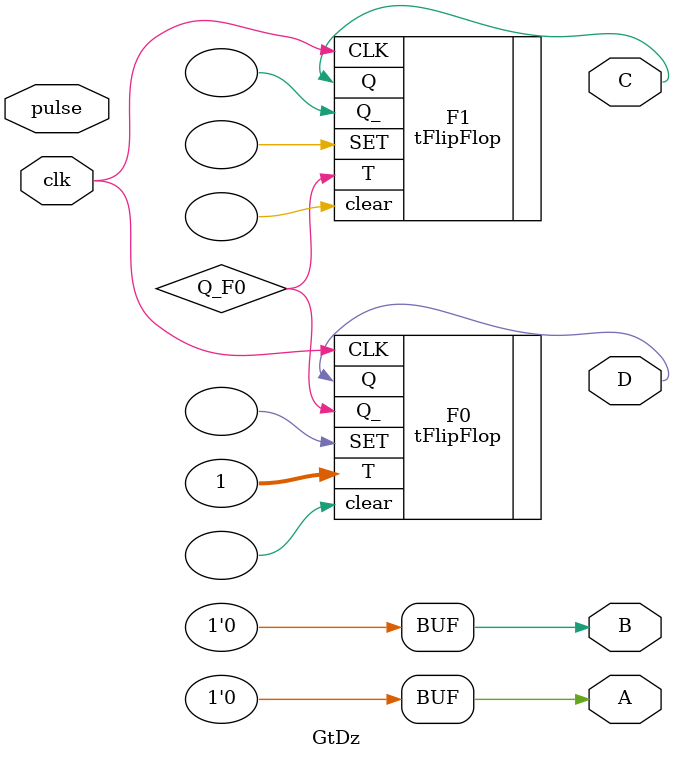
<source format=v>
module GtDz (pulse, clk, A, B, C, D);
	
	// Declaração de entradas e saídas
	input clk, pulse;
	output A, B, C, D;
	
	// Declaração de fio intermediários
	wire Q_F0;
	
	not (A, 1);
	not (B, 1);
	
	tFlipFlop F0(

	.T(1),
	.clear(),
	.CLK(clk),
	.Q(D),
	.Q_(Q_F0),
	.SET(),

	);
	
	tFlipFlop F1(

	.T(Q_F0),
	.clear(),
	.CLK(clk),
	.Q(C),
	.Q_(),
	.SET(),

	);
	
endmodule

</source>
